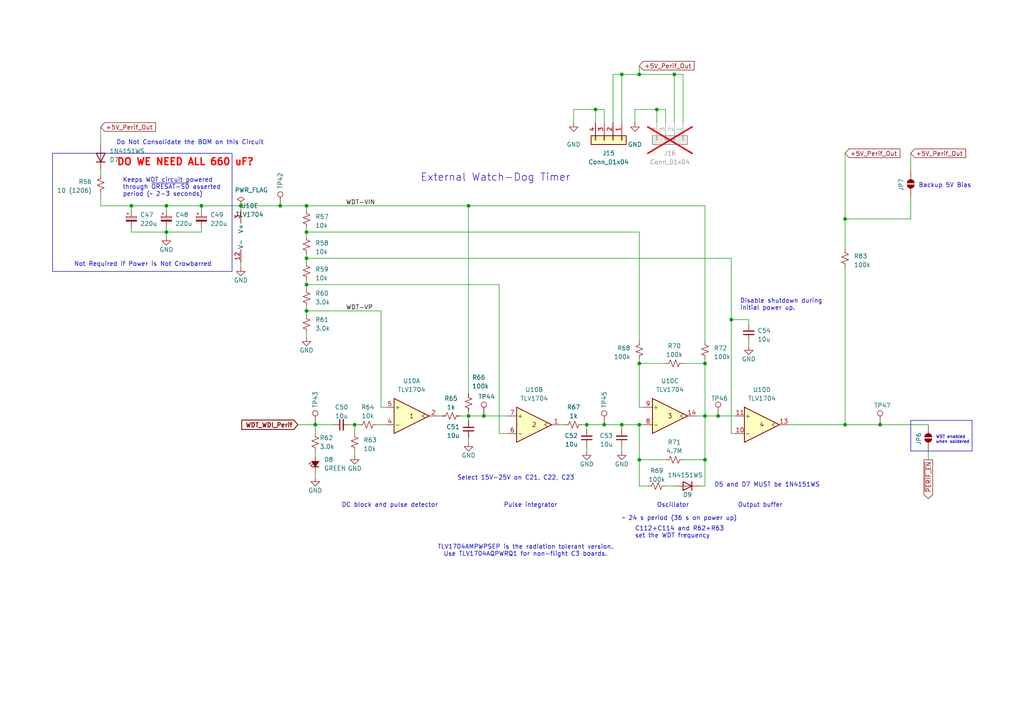
<source format=kicad_sch>
(kicad_sch (version 20250114) (generator "eeschema") (generator_version "9.0")
  (paper "A4")
  (lib_symbols
    (symbol "Connector:TestPoint" (pin_numbers (hide yes)) (pin_names (offset 0.762) (hide yes))
      (property "Reference" "TP" (at 0 6.858 0))
      (property "Value" "TestPoint" (at 0 5.08 0))
      (symbol "TestPoint_0_1"
        (circle (center 0 3.302) (radius 0.762))
      )
      (symbol "TestPoint_1_1"
        (pin passive line (at 0 0 90) (length 2.54) (name "1") (number "1"))
      )
    )
    (symbol "Connector_Generic:Conn_01x04" (pin_names (offset 1.016) (hide yes))
      (property "Reference" "J" (at 0 5.08 0))
      (property "Value" "Conn_01x04" (at 0 -7.62 0))
      (symbol "Conn_01x04_1_1"
        (rectangle (start -1.27 3.81) (end 1.27 -6.35) (stroke (width 0.254)) (fill (type background)))
        (rectangle (start -1.27 2.667) (end 0 2.413) (stroke (width 0.1524)))
        (rectangle (start -1.27 0.127) (end 0 -0.127) (stroke (width 0.1524)))
        (rectangle (start -1.27 -2.413) (end 0 -2.667) (stroke (width 0.1524)))
        (rectangle (start -1.27 -4.953) (end 0 -5.207) (stroke (width 0.1524)))
        (pin passive line (at -5.08 2.54 0) (length 3.81) (name "Pin_1") (number "1"))
        (pin passive line (at -5.08 0 0) (length 3.81) (name "Pin_2") (number "2"))
        (pin passive line (at -5.08 -2.54 0) (length 3.81) (name "Pin_3") (number "3"))
        (pin passive line (at -5.08 -5.08 0) (length 3.81) (name "Pin_4") (number "4"))
      )
    )
    (symbol "Device:C_Polarized_Small" (pin_numbers (hide yes)) (pin_names (offset 0.254) (hide yes))
      (property "Reference" "C" (at 0.254 1.778 0))
      (property "Value" "C_Polarized_Small" (at 0.254 -2.032 0))
      (symbol "C_Polarized_Small_0_1"
        (rectangle (start -1.524 0.6858) (end 1.524 0.3048))
        (rectangle (start -1.524 -0.3048) (end 1.524 -0.6858) (fill (type outline)))
        (polyline (pts (xy -1.27 1.524) (xy -0.762 1.524)))
        (polyline (pts (xy -1.016 1.27) (xy -1.016 1.778)))
      )
      (symbol "C_Polarized_Small_1_1"
        (pin passive line (at 0 2.54 270) (length 1.8542) (name "~") (number "1"))
        (pin passive line (at 0 -2.54 90) (length 1.8542) (name "~") (number "2"))
      )
    )
    (symbol "Device:C_Small" (pin_numbers (hide yes)) (pin_names (offset 0.254) (hide yes))
      (property "Reference" "C" (at 0.254 1.778 0))
      (property "Value" "C_Small" (at 0.254 -2.032 0))
      (symbol "C_Small_0_1"
        (polyline (pts (xy -1.524 0.508) (xy 1.524 0.508)) (stroke (width 0.3048)))
        (polyline (pts (xy -1.524 -0.508) (xy 1.524 -0.508)) (stroke (width 0.3302)))
      )
      (symbol "C_Small_1_1"
        (pin passive line (at 0 2.54 270) (length 2.032) (name "~") (number "1"))
        (pin passive line (at 0 -2.54 90) (length 2.032) (name "~") (number "2"))
      )
    )
    (symbol "Device:D" (pin_numbers (hide yes)) (pin_names (offset 1.016) (hide yes))
      (property "Reference" "D" (at 0 2.54 0))
      (property "Value" "D" (at 0 -2.54 0))
      (symbol "D_0_1"
        (polyline (pts (xy -1.27 1.27) (xy -1.27 -1.27)) (stroke (width 0.254)))
        (polyline (pts (xy 1.27 1.27) (xy 1.27 -1.27) (xy -1.27 0) (xy 1.27 1.27)) (stroke (width 0.254)))
        (polyline (pts (xy 1.27 0) (xy -1.27 0)))
      )
      (symbol "D_1_1"
        (pin passive line (at -3.81 0 0) (length 2.54) (name "K") (number "1"))
        (pin passive line (at 3.81 0 180) (length 2.54) (name "A") (number "2"))
      )
    )
    (symbol "Device:LED_Small_Filled" (pin_numbers (hide yes)) (pin_names (offset 0.254) (hide yes))
      (property "Reference" "D" (at -1.27 3.175 0))
      (property "Value" "LED_Small_Filled" (at -4.445 -2.54 0))
      (symbol "LED_Small_Filled_0_1"
        (polyline (pts (xy -0.762 -1.016) (xy -0.762 1.016)) (stroke (width 0.254)))
        (polyline (pts (xy 0 0.762) (xy -0.508 1.27) (xy -0.254 1.27) (xy -0.508 1.27) (xy -0.508 1.016)))
        (polyline (pts (xy 0.508 1.27) (xy 0 1.778) (xy 0.254 1.778) (xy 0 1.778) (xy 0 1.524)))
        (polyline (pts (xy 0.762 -1.016) (xy -0.762 0) (xy 0.762 1.016) (xy 0.762 -1.016)) (stroke (width 0.254)) (fill (type outline)))
        (polyline (pts (xy 1.016 0) (xy -0.762 0)))
      )
      (symbol "LED_Small_Filled_1_1"
        (pin passive line (at -2.54 0 0) (length 1.778) (name "K") (number "1"))
        (pin passive line (at 2.54 0 180) (length 1.778) (name "A") (number "2"))
      )
    )
    (symbol "Device:R_Small_US" (pin_numbers (hide yes)) (pin_names (offset 0.254) (hide yes))
      (property "Reference" "R" (at 0.762 0.508 0))
      (property "Value" "R_Small_US" (at 0.762 -1.016 0))
      (symbol "R_Small_US_1_1"
        (polyline (pts (xy 0 1.524) (xy 1.016 1.143) (xy 0 0.762) (xy -1.016 0.381) (xy 0 0)))
        (polyline (pts (xy 0 0) (xy 1.016 -0.381) (xy 0 -0.762) (xy -1.016 -1.143) (xy 0 -1.524)))
        (pin passive line (at 0 2.54 270) (length 1.016) (name "~") (number "1"))
        (pin passive line (at 0 -2.54 90) (length 1.016) (name "~") (number "2"))
      )
    )
    (symbol "Jumper:SolderJumper_2_Open" (pin_numbers (hide yes)) (pin_names (offset 0) (hide yes)) (exclude_from_sim yes) (in_bom no)
      (property "Reference" "JP" (at 0 2.032 0))
      (property "Value" "SolderJumper_2_Open" (at 0 -2.54 0))
      (symbol "SolderJumper_2_Open_0_1"
        (polyline (pts (xy -0.254 1.016) (xy -0.254 -1.016)))
        (arc (start -0.254 -1.016) (mid -1.2656 0) (end -0.254 1.016))
        (arc (start -0.254 -1.016) (mid -1.2656 0) (end -0.254 1.016) (fill (type outline)))
        (arc (start 0.254 1.016) (mid 1.2656 0) (end 0.254 -1.016))
        (arc (start 0.254 1.016) (mid 1.2656 0) (end 0.254 -1.016) (fill (type outline)))
        (polyline (pts (xy 0.254 1.016) (xy 0.254 -1.016)))
      )
      (symbol "SolderJumper_2_Open_1_1"
        (pin passive line (at -3.81 0 0) (length 2.54) (name "A") (number "1"))
        (pin passive line (at 3.81 0 180) (length 2.54) (name "B") (number "2"))
      )
    )
    (symbol "TLV1704:TLV1704AIPWR" (pin_names (offset 0.127))
      (property "Reference" "U4" (at 0 8.89 0))
      (property "Value" "TLV1704" (at 0 6.35 0))
      (symbol "TLV1704AIPWR_1_1"
        (polyline (pts (xy -5.08 5.08) (xy 5.08 0) (xy -5.08 -5.08) (xy -5.08 5.08)) (stroke (width 0.254)) (fill (type background)))
        (polyline (pts (xy 3.048 0) (xy 3.81 -0.635)))
        (polyline (pts (xy 3.81 0.635) (xy 3.048 0)))
        (text "1" (at 0 0 0) (effects (font (size 1.27 1.27))))
        (pin input line (at -7.62 2.54 0) (length 2.54) (name "+") (number "5"))
        (pin input line (at -7.62 -2.54 0) (length 2.54) (name "-") (number "4"))
        (pin open_collector line (at 7.62 0 180) (length 2.54) (name "~") (number "2"))
      )
      (symbol "TLV1704AIPWR_2_1"
        (polyline (pts (xy -5.08 5.08) (xy 5.08 0) (xy -5.08 -5.08) (xy -5.08 5.08)) (stroke (width 0.254)) (fill (type background)))
        (polyline (pts (xy 3.048 0) (xy 3.81 -0.635)))
        (polyline (pts (xy 3.81 0.635) (xy 3.048 0)))
        (text "2" (at 0 0 0) (effects (font (size 1.27 1.27))))
        (pin input line (at -7.62 2.54 0) (length 2.54) (name "+") (number "7"))
        (pin input line (at -7.62 -2.54 0) (length 2.54) (name "-") (number "6"))
        (pin open_collector line (at 7.62 0 180) (length 2.54) (name "~") (number "1"))
      )
      (symbol "TLV1704AIPWR_3_1"
        (polyline (pts (xy -5.08 5.08) (xy 5.08 0) (xy -5.08 -5.08) (xy -5.08 5.08)) (stroke (width 0.254)) (fill (type background)))
        (polyline (pts (xy 3.048 0) (xy 3.81 -0.635)))
        (polyline (pts (xy 3.81 0.635) (xy 3.048 0)))
        (text "3" (at 0 0 0) (effects (font (size 1.27 1.27))))
        (pin input line (at -7.62 2.54 0) (length 2.54) (name "+") (number "9"))
        (pin input line (at -7.62 -2.54 0) (length 2.54) (name "-") (number "8"))
        (pin open_collector line (at 7.62 0 180) (length 2.54) (name "~") (number "14"))
      )
      (symbol "TLV1704AIPWR_4_1"
        (polyline (pts (xy -5.08 5.08) (xy 5.08 0) (xy -5.08 -5.08) (xy -5.08 5.08)) (stroke (width 0.254)) (fill (type background)))
        (polyline (pts (xy 3.048 0) (xy 3.81 -0.635)))
        (polyline (pts (xy 3.81 0.635) (xy 3.048 0)))
        (text "4" (at 0 0 0) (effects (font (size 1.27 1.27))))
        (pin input line (at -7.62 2.54 0) (length 2.54) (name "+") (number "11"))
        (pin input line (at -7.62 -2.54 0) (length 2.54) (name "-") (number "10"))
        (pin open_collector line (at 7.62 0 180) (length 2.54) (name "~") (number "13"))
      )
      (symbol "TLV1704AIPWR_5_1"
        (pin power_in line (at -2.54 7.62 270) (length 3.81) (name "V+") (number "3"))
        (pin power_in line (at -2.54 -7.62 90) (length 3.81) (name "V-") (number "12"))
      )
    )
    (symbol "power:GND" (power) (pin_numbers (hide yes)) (pin_names (offset 0) (hide yes))
      (property "Value" "GND" (at 0 -3.81 0))
      (symbol "GND_0_1"
        (polyline (pts (xy 0 0) (xy 0 -1.27) (xy 1.27 -1.27) (xy 0 -2.54) (xy -1.27 -1.27) (xy 0 -1.27)))
      )
      (symbol "GND_1_1"
        (pin power_in line (at 0 0 270) (length 0) (name "~") (number "1"))
      )
    )
    (symbol "power:PWR_FLAG" (power) (pin_numbers (hide yes)) (pin_names (offset 0) (hide yes))
      (property "Value" "PWR_FLAG" (at 0 3.81 0))
      (symbol "PWR_FLAG_0_0"
        (pin power_out line (at 0 0 90) (length 0) (name "~") (number "1"))
      )
      (symbol "PWR_FLAG_0_1"
        (polyline (pts (xy 0 0) (xy 0 1.27) (xy -1.016 1.905) (xy 0 2.54) (xy 1.016 1.905) (xy 0 1.27)))
      )
    )
  )
  (rectangle (start 15.24 44.45) (end 67.31 78.74))
  (text "TLV1704AMPWPSEP is the radiation tolerant version.\nUse TLV1704AQPWRQ1 for non-flight C3 boards." (at 152.4 159.766 0) (effects (font (size 1.27 1.27))))
  (text "Keeps WDT circuit powered\nthrough ~{ORESAT-SD} asserted\nperiod (~ 2-3 seconds)" (at 35.56 57.15 0) (effects (font (size 1.27 1.27)) (justify left bottom)))
  (text "Oscillator" (at 190.5 147.32 0) (effects (font (size 1.27 1.27)) (justify left bottom)))
  (text "External Watch-Dog Timer" (at 121.92 52.832 0) (effects (font (size 2.159 2.159)) (justify left bottom)))
  (text "Disable shutdown during\ninitial power up." (at 214.63 90.17 0) (effects (font (size 1.27 1.27)) (justify left bottom)))
  (text "Not Required if Power is Not Crowbarred " (at 41.91 76.708 0) (effects (font (size 1.27 1.27))))
  (text "Pulse integrator" (at 146.05 147.32 0) (effects (font (size 1.27 1.27)) (justify left bottom)))
  (text "C112+C114 and R62+R63 \nset the WDT frequency" (at 184.15 156.21 0) (effects (font (size 1.27 1.27)) (justify left bottom)))
  (text "DO WE NEED ALL 660 uF?" (at 33.782 48.26 0) (effects (font (size 2 2) (thickness 0.4) (bold yes)) (justify left bottom)))
  (text "~ 24 s period (36 s on power up)" (at 180.34 151.13 0) (effects (font (size 1.27 1.27)) (justify left bottom)))
  (text "D5 and D7 MUST be 1N4151WS" (at 222.504 140.716 0) (effects (font (size 1.27 1.27))))
  (text "Backup 5V Bias" (at 274.066 53.848 0) (effects (font (size 1.27 1.27))))
  (text "Do Not Consolidate the BOM on this Circuit" (at 55.118 41.402 0) (effects (font (size 1.27 1.27))))
  (text "Select 15V-25V on C21, C22, C23" (at 149.606 138.684 0) (effects (font (size 1.27 1.27))))
  (text "Output buffer" (at 213.995 147.32 0) (effects (font (size 1.27 1.27)) (justify left bottom)))
  (text "WDT enabled\nwhen soldered" (at 271.399 128.778 0) (effects (font (size 0.889 0.889)) (justify left bottom)))
  (text "DC block and pulse detector" (at 99.06 147.32 0) (effects (font (size 1.27 1.27)) (justify left bottom)))
  (junction (at 102.87 123.19))
  (junction (at 180.34 21.59))
  (junction (at 204.47 120.65))
  (junction (at 88.9 74.93))
  (junction (at 204.47 105.41))
  (junction (at 88.9 90.17))
  (junction (at 204.47 133.35))
  (junction (at 185.42 105.41))
  (junction (at 185.42 133.35))
  (junction (at 58.42 59.69))
  (junction (at 180.34 123.19))
  (junction (at 81.28 59.69))
  (junction (at 255.27 123.19))
  (junction (at 172.72 31.75))
  (junction (at 135.89 59.69))
  (junction (at 48.26 59.69))
  (junction (at 245.11 123.19))
  (junction (at 195.58 21.59))
  (junction (at 38.1 59.69))
  (junction (at 185.42 123.19))
  (junction (at 88.9 59.69))
  (junction (at 91.44 123.19))
  (junction (at 69.85 59.69))
  (junction (at 245.11 63.5))
  (junction (at 175.26 123.19))
  (junction (at 170.18 123.19))
  (junction (at 208.28 120.65))
  (junction (at 212.09 92.71))
  (junction (at 48.26 67.31))
  (junction (at 190.5 31.75))
  (junction (at 185.42 21.59))
  (junction (at 135.89 120.65))
  (junction (at 88.9 67.31))
  (junction (at 88.9 82.55))
  (junction (at 140.335 120.65))
  (wire (pts (xy 58.42 66.04) (xy 58.42 67.31)))
  (wire (pts (xy 88.9 82.55) (xy 88.9 83.82)))
  (wire (pts (xy 58.42 59.69) (xy 69.85 59.69)))
  (wire (pts (xy 264.16 63.5) (xy 245.11 63.5)))
  (wire (pts (xy 88.9 90.17) (xy 88.9 91.44)))
  (wire (pts (xy 48.26 67.31) (xy 48.26 68.58)))
  (wire (pts (xy 217.17 100.33) (xy 217.17 99.06)))
  (wire (pts (xy 172.72 31.75) (xy 166.37 31.75)))
  (wire (pts (xy 180.34 123.19) (xy 185.42 123.19)))
  (wire (pts (xy 69.85 77.47) (xy 69.85 76.2)))
  (wire (pts (xy 180.34 21.59) (xy 185.42 21.59)))
  (wire (pts (xy 88.9 90.17) (xy 110.49 90.17)))
  (wire (pts (xy 245.11 77.47) (xy 245.11 123.19)))
  (wire (pts (xy 135.89 120.65) (xy 140.335 120.65)))
  (wire (pts (xy 204.47 140.97) (xy 204.47 133.35)))
  (wire (pts (xy 88.9 82.55) (xy 144.78 82.55)))
  (wire (pts (xy 110.49 90.17) (xy 110.49 118.11)))
  (wire (pts (xy 162.56 123.19) (xy 163.83 123.19)))
  (wire (pts (xy 175.26 123.19) (xy 180.34 123.19)))
  (wire (pts (xy 88.9 67.31) (xy 185.42 67.31)))
  (wire (pts (xy 81.28 59.69) (xy 88.9 59.69)))
  (wire (pts (xy 184.15 31.75) (xy 184.15 35.56)))
  (wire (pts (xy 212.09 92.71) (xy 217.17 92.71)))
  (wire (pts (xy 48.26 67.31) (xy 58.42 67.31)))
  (wire (pts (xy 88.9 81.28) (xy 88.9 82.55)))
  (wire (pts (xy 177.8 21.59) (xy 180.34 21.59)))
  (wire (pts (xy 190.5 35.56) (xy 190.5 31.75)))
  (wire (pts (xy 29.21 49.53) (xy 29.21 50.8)))
  (wire (pts (xy 212.09 92.71) (xy 212.09 125.73)))
  (wire (pts (xy 86.36 123.19) (xy 91.44 123.19)))
  (wire (pts (xy 204.47 104.14) (xy 204.47 105.41)))
  (wire (pts (xy 217.17 93.98) (xy 217.17 92.71)))
  (wire (pts (xy 201.93 120.65) (xy 204.47 120.65)))
  (wire (pts (xy 38.1 59.69) (xy 48.26 59.69)))
  (wire (pts (xy 177.8 35.56) (xy 177.8 21.59)))
  (wire (pts (xy 102.87 130.81) (xy 102.87 132.08)))
  (wire (pts (xy 204.47 105.41) (xy 204.47 120.65)))
  (wire (pts (xy 133.35 120.65) (xy 135.89 120.65)))
  (wire (pts (xy 190.5 31.75) (xy 184.15 31.75)))
  (wire (pts (xy 175.26 31.75) (xy 175.26 35.56)))
  (wire (pts (xy 185.42 140.97) (xy 187.96 140.97)))
  (wire (pts (xy 198.12 35.56) (xy 198.12 21.59)))
  (wire (pts (xy 29.21 59.69) (xy 38.1 59.69)))
  (wire (pts (xy 269.24 130.81) (xy 269.24 133.35)))
  (wire (pts (xy 88.9 88.9) (xy 88.9 90.17)))
  (wire (pts (xy 228.6 123.19) (xy 245.11 123.19)))
  (wire (pts (xy 185.42 104.14) (xy 185.42 105.41)))
  (wire (pts (xy 172.72 35.56) (xy 172.72 31.75)))
  (wire (pts (xy 204.47 120.65) (xy 208.28 120.65)))
  (wire (pts (xy 140.335 120.65) (xy 147.32 120.65)))
  (wire (pts (xy 185.42 140.97) (xy 185.42 133.35)))
  (wire (pts (xy 135.89 128.27) (xy 135.89 127)))
  (wire (pts (xy 88.9 73.66) (xy 88.9 74.93)))
  (wire (pts (xy 91.44 125.73) (xy 91.44 123.19)))
  (wire (pts (xy 193.04 140.97) (xy 195.58 140.97)))
  (wire (pts (xy 255.27 123.19) (xy 269.24 123.19)))
  (wire (pts (xy 170.18 123.19) (xy 175.26 123.19)))
  (wire (pts (xy 203.2 140.97) (xy 204.47 140.97)))
  (wire (pts (xy 185.42 99.06) (xy 185.42 67.31)))
  (wire (pts (xy 91.44 130.81) (xy 91.44 132.08)))
  (polyline (pts (xy 264.16 121.92) (xy 281.94 121.92)))
  (polyline (pts (xy 264.16 130.81) (xy 264.16 121.92)))
  (wire (pts (xy 193.04 31.75) (xy 193.04 35.56)))
  (wire (pts (xy 185.42 118.11) (xy 185.42 105.41)))
  (wire (pts (xy 58.42 60.96) (xy 58.42 59.69)))
  (wire (pts (xy 193.04 133.35) (xy 185.42 133.35)))
  (wire (pts (xy 135.89 59.69) (xy 135.89 114.3)))
  (wire (pts (xy 135.89 120.65) (xy 135.89 121.92)))
  (wire (pts (xy 102.87 123.19) (xy 102.87 125.73)))
  (wire (pts (xy 135.89 120.65) (xy 135.89 119.38)))
  (wire (pts (xy 212.09 74.93) (xy 212.09 92.71)))
  (wire (pts (xy 48.26 66.04) (xy 48.26 67.31)))
  (wire (pts (xy 245.11 123.19) (xy 255.27 123.19)))
  (wire (pts (xy 198.12 133.35) (xy 204.47 133.35)))
  (wire (pts (xy 88.9 74.93) (xy 212.09 74.93)))
  (wire (pts (xy 69.85 60.96) (xy 69.85 59.69)))
  (wire (pts (xy 69.85 59.69) (xy 81.28 59.69)))
  (wire (pts (xy 88.9 67.31) (xy 88.9 68.58)))
  (wire (pts (xy 88.9 96.52) (xy 88.9 97.79)))
  (wire (pts (xy 245.11 44.45) (xy 245.11 63.5)))
  (wire (pts (xy 135.89 59.69) (xy 88.9 59.69)))
  (wire (pts (xy 29.21 36.83) (xy 29.21 41.91)))
  (wire (pts (xy 170.18 123.19) (xy 170.18 124.46)))
  (wire (pts (xy 198.12 105.41) (xy 204.47 105.41)))
  (wire (pts (xy 180.34 124.46) (xy 180.34 123.19)))
  (wire (pts (xy 135.89 59.69) (xy 204.47 59.69)))
  (polyline (pts (xy 281.94 121.92) (xy 281.94 130.81)))
  (wire (pts (xy 88.9 60.96) (xy 88.9 59.69)))
  (wire (pts (xy 48.26 67.31) (xy 38.1 67.31)))
  (wire (pts (xy 91.44 138.43) (xy 91.44 137.16)))
  (wire (pts (xy 208.28 120.65) (xy 213.36 120.65)))
  (wire (pts (xy 185.42 133.35) (xy 185.42 123.19)))
  (wire (pts (xy 88.9 74.93) (xy 88.9 76.2)))
  (wire (pts (xy 144.78 125.73) (xy 147.32 125.73)))
  (wire (pts (xy 180.34 130.81) (xy 180.34 129.54)))
  (wire (pts (xy 144.78 82.55) (xy 144.78 125.73)))
  (wire (pts (xy 185.42 105.41) (xy 193.04 105.41)))
  (wire (pts (xy 264.16 57.15) (xy 264.16 63.5)))
  (wire (pts (xy 48.26 59.69) (xy 58.42 59.69)))
  (wire (pts (xy 48.26 59.69) (xy 48.26 60.96)))
  (wire (pts (xy 166.37 31.75) (xy 166.37 35.56)))
  (wire (pts (xy 127 120.65) (xy 128.27 120.65)))
  (wire (pts (xy 168.91 123.19) (xy 170.18 123.19)))
  (wire (pts (xy 195.58 21.59) (xy 185.42 21.59)))
  (wire (pts (xy 29.21 55.88) (xy 29.21 59.69)))
  (wire (pts (xy 190.5 31.75) (xy 193.04 31.75)))
  (wire (pts (xy 172.72 31.75) (xy 175.26 31.75)))
  (wire (pts (xy 170.18 130.81) (xy 170.18 129.54)))
  (wire (pts (xy 264.16 44.45) (xy 264.16 49.53)))
  (wire (pts (xy 186.69 118.11) (xy 185.42 118.11)))
  (wire (pts (xy 198.12 21.59) (xy 195.58 21.59)))
  (wire (pts (xy 245.11 63.5) (xy 245.11 72.39)))
  (wire (pts (xy 101.6 123.19) (xy 102.87 123.19)))
  (wire (pts (xy 102.87 123.19) (xy 104.14 123.19)))
  (wire (pts (xy 204.47 99.06) (xy 204.47 59.69)))
  (wire (pts (xy 195.58 35.56) (xy 195.58 21.59)))
  (wire (pts (xy 38.1 59.69) (xy 38.1 60.96)))
  (wire (pts (xy 185.42 21.59) (xy 185.42 19.05)))
  (wire (pts (xy 212.09 125.73) (xy 213.36 125.73)))
  (wire (pts (xy 204.47 133.35) (xy 204.47 120.65)))
  (wire (pts (xy 180.34 21.59) (xy 180.34 35.56)))
  (wire (pts (xy 88.9 66.04) (xy 88.9 67.31)))
  (polyline (pts (xy 281.94 130.81) (xy 264.16 130.81)))
  (wire (pts (xy 38.1 66.04) (xy 38.1 67.31)))
  (wire (pts (xy 185.42 123.19) (xy 186.69 123.19)))
  (wire (pts (xy 91.44 123.19) (xy 96.52 123.19)))
  (wire (pts (xy 110.49 118.11) (xy 111.76 118.11)))
  (wire (pts (xy 109.22 123.19) (xy 111.76 123.19)))
  (label "WDT-VP" (at 100.33 90.17 0))
  (label "WDT-VIN" (at 100.33 59.69 0))
  (global_label "+5V_Perif_Out" (shape input) (at 185.42 19.05 0) (property "Intersheetrefs" "${INTERSHEET_REFS}" (effects (hide yes))))
  (global_label "+5V_Perif_Out" (shape input) (at 245.11 44.45 0) (property "Intersheetrefs" "${INTERSHEET_REFS}" (effects (hide yes))))
  (global_label "WDT_WDI_Perif" (shape input) (at 86.36 123.19 180) (effects (font (thickness 0.254) (bold yes))) (property "Intersheetrefs" "${INTERSHEET_REFS}" (effects (hide yes))))
  (global_label "+5V_Perif_Out" (shape input) (at 29.21 36.83 0) (property "Intersheetrefs" "${INTERSHEET_REFS}" (effects (hide yes))))
  (global_label "+5V_Perif_Out" (shape input) (at 264.16 44.45 0) (property "Intersheetrefs" "${INTERSHEET_REFS}" (effects (hide yes))))
  (global_label "~{PERIF_EN}" (shape output) (at 269.24 133.35 270) (property "Intersheetrefs" "${INTERSHEET_REFS}" (effects (hide yes))))
  (symbol (lib_id "Device:D") (at 199.39 140.97 180) (unit 1)
    (property "Reference" "D9" (at 199.39 143.51 0))
    (property "Value" "1N4151WS" (at 198.755 137.795 0))
    (property "Footprint" "Diode_SMD:D_SOD-323" (effects (hide yes)))
    (property "Description" "Diode" (effects (hide yes)))
    (property "DPN" "112-1N4151WS-E3-08CT-ND" (effects (hide yes)))
    (property "DST" "Digi-Key" (effects (hide yes)))
    (property "MFR" "Vishay" (effects (hide yes)))
    (property "MPN" "1N4151WS-E3-08" (effects (hide yes)))
    (property "Sim.Device" "D" (effects (hide yes)))
    (property "Sim.Pins" "1=K 2=A" (effects (hide yes)))
  )
  (symbol (lib_id "power:PWR_FLAG") (at 69.85 59.69 0) (unit 1)
    (property "Reference" "#FLG011" (effects (hide yes)))
    (property "Value" "PWR_FLAG" (at 72.898 55.118 0))
    (property "Description" "Special symbol for telling ERC where power comes from" (effects (hide yes)))
  )
  (symbol (lib_id "Device:R_Small_US") (at 166.37 123.19 90) (unit 1)
    (property "Reference" "R67" (at 166.37 118.11 90))
    (property "Value" "1k" (at 166.37 120.65 90))
    (property "Footprint" "Resistor_SMD:R_0603_1608Metric" (effects (hide yes)))
    (property "Description" "Resistor, small US symbol" (effects (hide yes)))
    (property "DPN" "RMCF0603FT1K00CT-ND" (effects (hide yes)))
    (property "DST" "Digi-Key" (effects (hide yes)))
    (property "MFR" "Stackpole Electronics Inc" (effects (hide yes)))
    (property "MPN" "RMCF0603FT1K00" (effects (hide yes)))
  )
  (symbol (lib_id "power:GND") (at 180.34 130.81 0) (mirror y) (unit 1)
    (property "Reference" "#PWR068" (effects (hide yes)))
    (property "Value" "GND" (at 180.34 134.62 0))
    (property "Description" "Power symbol creates a global label with name \"GND\" , ground" (effects (hide yes)))
  )
  (symbol (lib_id "Device:R_Small_US") (at 91.44 128.27 0) (unit 1)
    (property "Reference" "R62" (at 92.71 127 0) (effects (justify left)))
    (property "Value" "3.0k" (at 92.71 129.54 0) (effects (justify left)))
    (property "Footprint" "Resistor_SMD:R_0603_1608Metric" (effects (hide yes)))
    (property "Description" "Resistor, small US symbol" (effects (hide yes)))
    (property "DPN" "RMCF0603FT3K00CT-ND" (effects (hide yes)))
    (property "DST" "Digi-Key" (effects (hide yes)))
    (property "MFR" "Stackpole Electronics Inc" (effects (hide yes)))
    (property "MPN" "RMCF0603FT3K00" (effects (hide yes)))
  )
  (symbol (lib_id "Device:C_Polarized_Small") (at 38.1 63.5 0) (unit 1)
    (property "Reference" "C47" (at 40.64 62.3189 0) (effects (justify left)))
    (property "Value" "220u" (at 40.64 64.8589 0) (effects (justify left)))
    (property "Footprint" "Capacitor_Tantalum_SMD:CP_EIA-7361-38_AVX-V" (effects (hide yes)))
    (property "Description" "Polarized capacitor, small symbol" (effects (hide yes)))
    (property "DPN" "478-12518-2-ND" (effects (hide yes)))
    (property "DST" "Digi-Key" (effects (hide yes)))
    (property "MFR" "Kyocera AVX" (effects (hide yes)))
    (property "MPN" "TCN4227M025R0100" (effects (hide yes)))
  )
  (symbol (lib_id "Device:R_Small_US") (at 195.58 105.41 90) (unit 1)
    (property "Reference" "R70" (at 195.58 100.33 90))
    (property "Value" "100k" (at 195.58 102.87 90))
    (property "Footprint" "Resistor_SMD:R_0603_1608Metric" (effects (hide yes)))
    (property "Description" "Resistor, small US symbol" (effects (hide yes)))
    (property "DPN" "RMCF0603FT100KCT-ND" (effects (hide yes)))
    (property "DST" "Digi-Key" (effects (hide yes)))
    (property "MFR" "Stackpole Electronics Inc" (effects (hide yes)))
    (property "MPN" "RMCF0603FT100K" (effects (hide yes)))
  )
  (symbol (lib_id "Connector_Generic:Conn_01x04") (at 177.8 40.64 270) (unit 1)
    (property "Reference" "J15" (at 176.53 44.45 90))
    (property "Value" "Conn_01x04" (at 176.53 46.99 90))
    (property "Footprint" "Connector_PinSocket_2.54mm:PinSocket_1x04_P2.54mm_Vertical" (effects (hide yes)))
    (property "Description" "Generic connector, single row, 01x04, script generated (kicad-library-utils/schlib/autogen/connector/)" (effects (hide yes)))
  )
  (symbol (lib_id "TLV1704:TLV1704AIPWR") (at 220.98 123.19 0) (unit 4)
    (property "Reference" "U10" (at 220.98 113.03 0))
    (property "Value" "TLV1704" (at 220.98 115.57 0))
    (property "Footprint" "Package_SO:TSSOP-14_4.4x5mm_P0.65mm" (effects (hide yes)))
    (property "Datasheet" "https://www.ti.com/lit/ds/symlink/tlv1704-sep.pdf" (effects (hide yes)))
    (property "Description" "Analog Comparators 2.2-V to 36-V, radiation tolerant microPower quad comparator in space enhanced plastic 14-TSSOP -55 to 125" (effects (hide yes)))
    (property "MFR" "Texas Instruments" (effects (hide yes)))
    (property "MPN" "TLV1704AQPWRQ1" (effects (hide yes)))
    (property "DST" "Digi-Key" (effects (hide yes)))
    (property "DPN" "296-43799-2-ND" (effects (hide yes)))
  )
  (symbol (lib_id "Jumper:SolderJumper_2_Open") (at 264.16 53.34 270) (unit 1)
    (property "Reference" "JP7" (at 261.366 53.594 0))
    (property "Value" "SolderJumper_2_Open" (effects (hide yes)))
    (property "Footprint" "Jumper:SolderJumper-2_P1.3mm_Open_RoundedPad1.0x1.5mm" (effects (hide yes)))
    (property "Description" "Solder Jumper, 2-pole, open" (effects (hide yes)))
  )
  (symbol (lib_id "Connector_Generic:Conn_01x04") (at 195.58 40.64 270) (unit 1) (on_board no) (dnp yes)
    (property "Reference" "J16" (at 194.31 44.45 90))
    (property "Value" "Conn_01x04" (at 194.31 46.99 90))
    (property "Footprint" "Connector_PinSocket_2.54mm:PinSocket_1x04_P2.54mm_Vertical" (effects (hide yes)))
    (property "Description" "Generic connector, single row, 01x04, script generated (kicad-library-utils/schlib/autogen/connector/)" (effects (hide yes)))
  )
  (symbol (lib_id "Device:R_Small_US") (at 130.81 120.65 90) (unit 1)
    (property "Reference" "R65" (at 130.81 115.57 90))
    (property "Value" "1k" (at 130.81 118.11 90))
    (property "Footprint" "Resistor_SMD:R_0603_1608Metric" (effects (hide yes)))
    (property "Description" "Resistor, small US symbol" (effects (hide yes)))
    (property "DPN" "RMCF0603FT1K00CT-ND" (effects (hide yes)))
    (property "DST" "Digi-Key" (effects (hide yes)))
    (property "MFR" "Stackpole Electronics Inc" (effects (hide yes)))
    (property "MPN" "RMCF0603FT1K00" (effects (hide yes)))
  )
  (symbol (lib_id "Device:C_Small") (at 217.17 96.52 180) (unit 1)
    (property "Reference" "C54" (at 219.71 95.8786 0) (effects (justify right)))
    (property "Value" "10u" (at 219.71 98.4186 0) (effects (justify right)))
    (property "Footprint" "Capacitor_SMD:C_1210_3225Metric" (effects (hide yes)))
    (property "Description" "Unpolarized capacitor, small symbol" (effects (hide yes)))
    (property "DPN" "490-12317-1-ND" (effects (hide yes)))
    (property "DST" "Digi-Key" (effects (hide yes)))
    (property "MFR" "Murata" (effects (hide yes)))
    (property "MPN" "GRT188R61C106KE13D" (effects (hide yes)))
  )
  (symbol (lib_id "Device:C_Small") (at 170.18 127 0) (mirror x) (unit 1)
    (property "Reference" "C52" (at 167.64 126.3586 0) (effects (justify right)))
    (property "Value" "10u" (at 167.64 128.8986 0) (effects (justify right)))
    (property "Footprint" "Capacitor_SMD:C_1210_3225Metric" (effects (hide yes)))
    (property "Description" "Unpolarized capacitor, small symbol" (effects (hide yes)))
    (property "DPN" "490-12317-1-ND" (effects (hide yes)))
    (property "DST" "Digi-Key" (effects (hide yes)))
    (property "MFR" "Murata" (effects (hide yes)))
    (property "MPN" "GRT188R61C106KE13D" (effects (hide yes)))
  )
  (symbol (lib_id "Device:R_Small_US") (at 88.9 71.12 0) (unit 1)
    (property "Reference" "R58" (at 91.44 70.485 0) (effects (justify left)))
    (property "Value" "10k" (at 91.44 73.025 0) (effects (justify left)))
    (property "Footprint" "Resistor_SMD:R_0603_1608Metric" (effects (hide yes)))
    (property "Description" "Resistor, small US symbol" (effects (hide yes)))
    (property "DPN" "RMCF0603FT10K0CT-ND" (effects (hide yes)))
    (property "DST" "Digi-Key" (effects (hide yes)))
    (property "MFR" "Stackpole Electronics Inc" (effects (hide yes)))
    (property "MPN" "RMCF0603FT10K0" (effects (hide yes)))
  )
  (symbol (lib_id "power:GND") (at 135.89 128.27 0) (unit 1)
    (property "Reference" "#PWR065" (effects (hide yes)))
    (property "Value" "GND" (at 135.89 132.08 0))
    (property "Description" "Power symbol creates a global label with name \"GND\" , ground" (effects (hide yes)))
  )
  (symbol (lib_id "Device:R_Small_US") (at 29.21 53.34 0) (mirror y) (unit 1)
    (property "Reference" "R56" (at 26.67 52.705 0) (effects (justify left)))
    (property "Value" "10 (1206)" (at 26.67 55.245 0) (effects (justify left)))
    (property "Footprint" "Resistor_SMD:R_1206_3216Metric" (effects (hide yes)))
    (property "Description" "Resistor, small US symbol" (effects (hide yes)))
    (property "DPN" "RHM10.0AFCT-ND" (effects (hide yes)))
    (property "DST" "Digi-Key" (effects (hide yes)))
    (property "MFR" "Rohm Semiconductor" (effects (hide yes)))
    (property "MPN" "ESR18EZPF10R0" (effects (hide yes)))
  )
  (symbol (lib_id "Device:C_Small") (at 180.34 127 0) (mirror x) (unit 1)
    (property "Reference" "C53" (at 177.8 126.3586 0) (effects (justify right)))
    (property "Value" "10u" (at 177.8 128.8986 0) (effects (justify right)))
    (property "Footprint" "Capacitor_SMD:C_1210_3225Metric" (effects (hide yes)))
    (property "Description" "Unpolarized capacitor, small symbol" (effects (hide yes)))
    (property "DPN" "490-12317-1-ND" (effects (hide yes)))
    (property "DST" "Digi-Key" (effects (hide yes)))
    (property "MFR" "Murata" (effects (hide yes)))
    (property "MPN" "GRT188R61C106KE13D" (effects (hide yes)))
  )
  (symbol (lib_id "Jumper:SolderJumper_2_Open") (at 269.24 127 270) (unit 1)
    (property "Reference" "JP6" (at 266.446 127.254 0))
    (property "Value" "SolderJumper_2_Open" (effects (hide yes)))
    (property "Footprint" "Jumper:SolderJumper-2_P1.3mm_Open_RoundedPad1.0x1.5mm" (effects (hide yes)))
    (property "Description" "Solder Jumper, 2-pole, open" (effects (hide yes)))
  )
  (symbol (lib_id "Device:R_Small_US") (at 204.47 101.6 180) (unit 1)
    (property "Reference" "R72" (at 207.01 100.965 0) (effects (justify right)))
    (property "Value" "100k" (at 207.01 103.505 0) (effects (justify right)))
    (property "Footprint" "Resistor_SMD:R_0603_1608Metric" (effects (hide yes)))
    (property "Description" "Resistor, small US symbol" (effects (hide yes)))
    (property "DPN" "RMCF0603FT100KCT-ND" (effects (hide yes)))
    (property "DST" "Digi-Key" (effects (hide yes)))
    (property "MFR" "Stackpole Electronics Inc" (effects (hide yes)))
    (property "MPN" "RMCF0603FT100K" (effects (hide yes)))
  )
  (symbol (lib_id "Connector:TestPoint") (at 91.44 123.19 0) (unit 1)
    (property "Reference" "TP43" (at 91.44 118.364 90) (effects (justify left)))
    (property "Value" "TestPoint" (effects (hide yes)))
    (property "Footprint" "TestPoint:TestPoint_Pad_1.0x1.0mm" (effects (hide yes)))
    (property "Description" "test point" (effects (hide yes)))
  )
  (symbol (lib_id "power:GND") (at 217.17 100.33 0) (mirror y) (unit 1)
    (property "Reference" "#PWR070" (effects (hide yes)))
    (property "Value" "GND" (at 217.17 104.14 0))
    (property "Description" "Power symbol creates a global label with name \"GND\" , ground" (effects (hide yes)))
  )
  (symbol (lib_id "Device:R_Small_US") (at 102.87 128.27 0) (unit 1)
    (property "Reference" "R63" (at 105.41 127.635 0) (effects (justify left)))
    (property "Value" "10k" (at 105.41 130.175 0) (effects (justify left)))
    (property "Footprint" "Resistor_SMD:R_0603_1608Metric" (effects (hide yes)))
    (property "Description" "Resistor, small US symbol" (effects (hide yes)))
    (property "DPN" "RMCF0603FT10K0CT-ND" (effects (hide yes)))
    (property "DST" "Digi-Key" (effects (hide yes)))
    (property "MFR" "Stackpole Electronics Inc" (effects (hide yes)))
    (property "MPN" "RMCF0603FT10K0" (effects (hide yes)))
  )
  (symbol (lib_id "TLV1704:TLV1704AIPWR") (at 154.94 123.19 0) (unit 2)
    (property "Reference" "U10" (at 154.94 113.03 0))
    (property "Value" "TLV1704" (at 154.94 115.57 0))
    (property "Footprint" "Package_SO:TSSOP-14_4.4x5mm_P0.65mm" (effects (hide yes)))
    (property "Datasheet" "https://www.ti.com/lit/ds/symlink/tlv1704-sep.pdf" (effects (hide yes)))
    (property "Description" "Analog Comparators 2.2-V to 36-V, radiation tolerant microPower quad comparator in space enhanced plastic 14-TSSOP -55 to 125" (effects (hide yes)))
    (property "MFR" "Texas Instruments" (effects (hide yes)))
    (property "MPN" "TLV1704AQPWRQ1" (effects (hide yes)))
    (property "DST" "Digi-Key" (effects (hide yes)))
    (property "DPN" "296-43799-2-ND" (effects (hide yes)))
  )
  (symbol (lib_id "power:GND") (at 48.26 68.58 0) (unit 1)
    (property "Reference" "#PWR060" (effects (hide yes)))
    (property "Value" "GND" (at 48.26 72.39 0))
    (property "Description" "Power symbol creates a global label with name \"GND\" , ground" (effects (hide yes)))
  )
  (symbol (lib_id "Connector:TestPoint") (at 140.335 120.65 0) (unit 1)
    (property "Reference" "TP44" (at 138.684 115.062 0) (effects (justify left)))
    (property "Value" "TestPoint" (effects (hide yes)))
    (property "Footprint" "TestPoint:TestPoint_Pad_1.0x1.0mm" (effects (hide yes)))
    (property "Description" "test point" (effects (hide yes)))
  )
  (symbol (lib_id "Device:R_Small_US") (at 106.68 123.19 90) (unit 1)
    (property "Reference" "R64" (at 106.68 118.11 90))
    (property "Value" "10k" (at 106.68 120.65 90))
    (property "Footprint" "Resistor_SMD:R_0603_1608Metric" (effects (hide yes)))
    (property "Description" "Resistor, small US symbol" (effects (hide yes)))
    (property "DPN" "RMCF0603FT10K0CT-ND" (effects (hide yes)))
    (property "DST" "Digi-Key" (effects (hide yes)))
    (property "MFR" "Stackpole Electronics Inc" (effects (hide yes)))
    (property "MPN" "RMCF0603FT10K0" (effects (hide yes)))
  )
  (symbol (lib_id "power:GND") (at 102.87 132.08 0) (unit 1)
    (property "Reference" "#PWR064" (effects (hide yes)))
    (property "Value" "GND" (at 102.87 135.89 0))
    (property "Description" "Power symbol creates a global label with name \"GND\" , ground" (effects (hide yes)))
  )
  (symbol (lib_id "power:GND") (at 88.9 97.79 0) (unit 1)
    (property "Reference" "#PWR062" (effects (hide yes)))
    (property "Value" "GND" (at 88.9 101.6 0))
    (property "Description" "Power symbol creates a global label with name \"GND\" , ground" (effects (hide yes)))
  )
  (symbol (lib_id "power:GND") (at 166.37 35.56 0) (unit 1)
    (property "Reference" "#PWR066" (effects (hide yes)))
    (property "Value" "GND" (at 166.37 41.91 0))
    (property "Description" "Power symbol creates a global label with name \"GND\" , ground" (effects (hide yes)))
  )
  (symbol (lib_id "Connector:TestPoint") (at 255.27 123.19 0) (unit 1)
    (property "Reference" "TP47" (at 253.492 117.602 0) (effects (justify left)))
    (property "Value" "TestPoint" (effects (hide yes)))
    (property "Footprint" "TestPoint:TestPoint_Pad_1.0x1.0mm" (effects (hide yes)))
    (property "Description" "test point" (effects (hide yes)))
  )
  (symbol (lib_id "Device:R_Small_US") (at 245.11 74.93 180) (unit 1)
    (property "Reference" "R83" (at 247.65 74.295 0) (effects (justify right)))
    (property "Value" "100k" (at 247.65 76.835 0) (effects (justify right)))
    (property "Footprint" "Resistor_SMD:R_0603_1608Metric" (effects (hide yes)))
    (property "Description" "Resistor, small US symbol" (effects (hide yes)))
    (property "DPN" "RMCF0603FT100KCT-ND" (effects (hide yes)))
    (property "DST" "Digi-Key" (effects (hide yes)))
    (property "MFR" "Stackpole Electronics Inc" (effects (hide yes)))
    (property "MPN" "RMCF0603FT100K" (effects (hide yes)))
  )
  (symbol (lib_id "Device:C_Small") (at 135.89 124.46 0) (mirror x) (unit 1)
    (property "Reference" "C51" (at 133.35 123.8186 0) (effects (justify right)))
    (property "Value" "10u" (at 133.35 126.3586 0) (effects (justify right)))
    (property "Footprint" "Capacitor_SMD:C_1210_3225Metric" (effects (hide yes)))
    (property "Description" "Unpolarized capacitor, small symbol" (effects (hide yes)))
    (property "DPN" "490-12317-1-ND" (effects (hide yes)))
    (property "DST" "Digi-Key" (effects (hide yes)))
    (property "MFR" "Murata" (effects (hide yes)))
    (property "MPN" "GRT188R61C106KE13D" (effects (hide yes)))
  )
  (symbol (lib_id "Device:R_Small_US") (at 88.9 63.5 0) (unit 1)
    (property "Reference" "R57" (at 91.44 62.865 0) (effects (justify left)))
    (property "Value" "10k" (at 91.44 65.405 0) (effects (justify left)))
    (property "Footprint" "Resistor_SMD:R_0603_1608Metric" (effects (hide yes)))
    (property "Description" "Resistor, small US symbol" (effects (hide yes)))
    (property "DPN" "RMCF0603FT10K0CT-ND" (effects (hide yes)))
    (property "DST" "Digi-Key" (effects (hide yes)))
    (property "MFR" "Stackpole Electronics Inc" (effects (hide yes)))
    (property "MPN" "RMCF0603FT10K0" (effects (hide yes)))
  )
  (symbol (lib_id "Device:R_Small_US") (at 88.9 78.74 0) (unit 1)
    (property "Reference" "R59" (at 91.44 78.105 0) (effects (justify left)))
    (property "Value" "10k" (at 91.44 80.645 0) (effects (justify left)))
    (property "Footprint" "Resistor_SMD:R_0603_1608Metric" (effects (hide yes)))
    (property "Description" "Resistor, small US symbol" (effects (hide yes)))
    (property "DPN" "RMCF0603FT10K0CT-ND" (effects (hide yes)))
    (property "DST" "Digi-Key" (effects (hide yes)))
    (property "MFR" "Stackpole Electronics Inc" (effects (hide yes)))
    (property "MPN" "RMCF0603FT10K0" (effects (hide yes)))
  )
  (symbol (lib_id "Connector:TestPoint") (at 175.26 123.19 0) (unit 1)
    (property "Reference" "TP45" (at 175.26 118.364 90) (effects (justify left)))
    (property "Value" "TestPoint" (effects (hide yes)))
    (property "Footprint" "TestPoint:TestPoint_Pad_1.0x1.0mm" (effects (hide yes)))
    (property "Description" "test point" (effects (hide yes)))
  )
  (symbol (lib_id "TLV1704:TLV1704AIPWR") (at 119.38 120.65 0) (unit 1)
    (property "Reference" "U10" (at 119.38 110.49 0))
    (property "Value" "TLV1704" (at 119.38 113.03 0))
    (property "Footprint" "Package_SO:TSSOP-14_4.4x5mm_P0.65mm" (effects (hide yes)))
    (property "Datasheet" "https://www.ti.com/lit/ds/symlink/tlv1704-sep.pdf" (effects (hide yes)))
    (property "Description" "Analog Comparators 2.2-V to 36-V, radiation tolerant microPower quad comparator in space enhanced plastic 14-TSSOP -55 to 125" (effects (hide yes)))
    (property "MFR" "Texas Instruments" (effects (hide yes)))
    (property "MPN" "TLV1704AQPWRQ1" (effects (hide yes)))
    (property "DST" "Digi-Key" (effects (hide yes)))
    (property "DPN" "296-43799-2-ND" (effects (hide yes)))
  )
  (symbol (lib_id "Device:R_Small_US") (at 88.9 93.98 0) (unit 1)
    (property "Reference" "R61" (at 91.44 92.71 0) (effects (justify left)))
    (property "Value" "3.0k" (at 91.44 95.25 0) (effects (justify left)))
    (property "Footprint" "Resistor_SMD:R_0603_1608Metric" (effects (hide yes)))
    (property "Description" "Resistor, small US symbol" (effects (hide yes)))
    (property "DPN" "RMCF0603FT3K00CT-ND" (effects (hide yes)))
    (property "DST" "Digi-Key" (effects (hide yes)))
    (property "MFR" "Stackpole Electronics Inc" (effects (hide yes)))
    (property "MPN" "RMCF0603FT3K00" (effects (hide yes)))
  )
  (symbol (lib_id "Device:R_Small_US") (at 135.89 116.84 0) (unit 1)
    (property "Reference" "R66" (at 136.906 109.474 0) (effects (justify left)))
    (property "Value" "100k" (at 136.906 112.014 0) (effects (justify left)))
    (property "Footprint" "Resistor_SMD:R_0603_1608Metric" (effects (hide yes)))
    (property "Description" "Resistor, small US symbol" (effects (hide yes)))
    (property "DPN" "RMCF0603FT100KCT-ND" (effects (hide yes)))
    (property "DST" "Digi-Key" (effects (hide yes)))
    (property "MFR" "Stackpole Electronics Inc" (effects (hide yes)))
    (property "MPN" "RMCF0603FT100K" (effects (hide yes)))
  )
  (symbol (lib_id "Device:R_Small_US") (at 185.42 101.6 0) (mirror x) (unit 1)
    (property "Reference" "R68" (at 182.88 100.965 0) (effects (justify right)))
    (property "Value" "100k" (at 182.88 103.505 0) (effects (justify right)))
    (property "Footprint" "Resistor_SMD:R_0603_1608Metric" (effects (hide yes)))
    (property "Description" "Resistor, small US symbol" (effects (hide yes)))
    (property "DPN" "RMCF0603FT100KCT-ND" (effects (hide yes)))
    (property "DST" "Digi-Key" (effects (hide yes)))
    (property "MFR" "Stackpole Electronics Inc" (effects (hide yes)))
    (property "MPN" "RMCF0603FT100K" (effects (hide yes)))
  )
  (symbol (lib_id "Device:R_Small_US") (at 190.5 140.97 270) (unit 1)
    (property "Reference" "R69" (at 190.5 136.525 90))
    (property "Value" "100k" (at 190.5 139.065 90))
    (property "Footprint" "Resistor_SMD:R_0603_1608Metric" (effects (hide yes)))
    (property "Description" "Resistor, small US symbol" (effects (hide yes)))
    (property "DPN" "RMCF0603FT100KCT-ND" (effects (hide yes)))
    (property "DST" "Digi-Key" (effects (hide yes)))
    (property "MFR" "Stackpole Electronics Inc" (effects (hide yes)))
    (property "MPN" "RMCF0603FT100K" (effects (hide yes)))
  )
  (symbol (lib_id "TLV1704:TLV1704AIPWR") (at 72.39 68.58 0) (unit 5)
    (property "Reference" "U10" (at 72.39 59.69 0))
    (property "Value" "TLV1704" (at 72.39 62.23 0))
    (property "Footprint" "Package_SO:TSSOP-14_4.4x5mm_P0.65mm" (effects (hide yes)))
    (property "Datasheet" "https://www.ti.com/lit/ds/symlink/tlv1704-sep.pdf" (effects (hide yes)))
    (property "Description" "Analog Comparators 2.2-V to 36-V, radiation tolerant microPower quad comparator in space enhanced plastic 14-TSSOP -55 to 125" (effects (hide yes)))
    (property "MFR" "Texas Instruments" (effects (hide yes)))
    (property "MPN" "TLV1704AQPWRQ1" (effects (hide yes)))
    (property "DST" "Digi-Key" (effects (hide yes)))
    (property "DPN" "296-43799-2-ND" (effects (hide yes)))
  )
  (symbol (lib_id "Device:R_Small_US") (at 88.9 86.36 0) (unit 1)
    (property "Reference" "R60" (at 91.44 85.09 0) (effects (justify left)))
    (property "Value" "3.0k" (at 91.44 87.63 0) (effects (justify left)))
    (property "Footprint" "Resistor_SMD:R_0603_1608Metric" (effects (hide yes)))
    (property "Description" "Resistor, small US symbol" (effects (hide yes)))
    (property "DPN" "RMCF0603FT3K00CT-ND" (effects (hide yes)))
    (property "DST" "Digi-Key" (effects (hide yes)))
    (property "MFR" "Stackpole Electronics Inc" (effects (hide yes)))
    (property "MPN" "RMCF0603FT3K00" (effects (hide yes)))
  )
  (symbol (lib_id "Device:D") (at 29.21 45.72 270) (mirror x) (unit 1)
    (property "Reference" "D7" (at 31.75 46.355 90) (effects (justify left)))
    (property "Value" "1N4151WS" (at 31.75 43.815 90) (effects (justify left)))
    (property "Footprint" "Diode_SMD:D_SOD-323" (effects (hide yes)))
    (property "Description" "Diode" (effects (hide yes)))
    (property "DPN" "112-1N4151WS-E3-08CT-ND" (effects (hide yes)))
    (property "DST" "Digi-Key" (effects (hide yes)))
    (property "MFR" "Vishay" (effects (hide yes)))
    (property "MPN" "1N4151WS-E3-08" (effects (hide yes)))
    (property "Sim.Device" "D" (effects (hide yes)))
    (property "Sim.Pins" "1=K 2=A" (effects (hide yes)))
  )
  (symbol (lib_id "power:GND") (at 91.44 138.43 0) (unit 1)
    (property "Reference" "#PWR063" (effects (hide yes)))
    (property "Value" "GND" (at 91.44 142.24 0))
    (property "Description" "Power symbol creates a global label with name \"GND\" , ground" (effects (hide yes)))
  )
  (symbol (lib_id "Device:C_Polarized_Small") (at 58.42 63.5 0) (unit 1)
    (property "Reference" "C49" (at 60.96 62.3189 0) (effects (justify left)))
    (property "Value" "220u" (at 60.96 64.8589 0) (effects (justify left)))
    (property "Footprint" "Capacitor_Tantalum_SMD:CP_EIA-7361-38_AVX-V" (effects (hide yes)))
    (property "Description" "Polarized capacitor, small symbol" (effects (hide yes)))
    (property "DPN" "478-12518-2-ND" (effects (hide yes)))
    (property "DST" "Digi-Key" (effects (hide yes)))
    (property "MFR" "Kyocera AVX" (effects (hide yes)))
    (property "MPN" "TCN4227M025R0100" (effects (hide yes)))
  )
  (symbol (lib_id "TLV1704:TLV1704AIPWR") (at 194.31 120.65 0) (unit 3)
    (property "Reference" "U10" (at 194.31 110.49 0))
    (property "Value" "TLV1704" (at 194.31 113.03 0))
    (property "Footprint" "Package_SO:TSSOP-14_4.4x5mm_P0.65mm" (effects (hide yes)))
    (property "Datasheet" "https://www.ti.com/lit/ds/symlink/tlv1704-sep.pdf" (effects (hide yes)))
    (property "Description" "Analog Comparators 2.2-V to 36-V, radiation tolerant microPower quad comparator in space enhanced plastic 14-TSSOP -55 to 125" (effects (hide yes)))
    (property "MFR" "Texas Instruments" (effects (hide yes)))
    (property "MPN" "TLV1704AQPWRQ1" (effects (hide yes)))
    (property "DST" "Digi-Key" (effects (hide yes)))
    (property "DPN" "296-43799-2-ND" (effects (hide yes)))
  )
  (symbol (lib_id "Connector:TestPoint") (at 81.28 59.69 0) (unit 1)
    (property "Reference" "TP42" (at 81.28 54.864 90) (effects (justify left)))
    (property "Value" "TestPoint" (effects (hide yes)))
    (property "Footprint" "TestPoint:TestPoint_Pad_1.0x1.0mm" (effects (hide yes)))
    (property "Description" "test point" (effects (hide yes)))
  )
  (symbol (lib_id "Device:C_Small") (at 99.06 123.19 90) (unit 1)
    (property "Reference" "C50" (at 99.0663 118.11 90))
    (property "Value" "10u" (at 99.0663 120.65 90))
    (property "Footprint" "Capacitor_SMD:C_1210_3225Metric" (effects (hide yes)))
    (property "Description" "Unpolarized capacitor, small symbol" (effects (hide yes)))
    (property "DPN" "490-12317-1-ND" (effects (hide yes)))
    (property "DST" "Digi-Key" (effects (hide yes)))
    (property "MFR" "Murata" (effects (hide yes)))
    (property "MPN" "GRT188R61C106KE13D" (effects (hide yes)))
  )
  (symbol (lib_id "Device:R_Small_US") (at 195.58 133.35 270) (unit 1)
    (property "Reference" "R71" (at 195.58 128.27 90))
    (property "Value" "4.7M" (at 195.58 130.81 90))
    (property "Footprint" "Resistor_SMD:R_0603_1608Metric" (effects (hide yes)))
    (property "Description" "Resistor, small US symbol" (effects (hide yes)))
    (property "DPN" "RMCF0603FT4M70CT-ND" (effects (hide yes)))
    (property "DST" "Digi-Key" (effects (hide yes)))
    (property "MFR" "Stackpole Electronics Inc" (effects (hide yes)))
    (property "MPN" "RMCF0603FT4M70" (effects (hide yes)))
  )
  (symbol (lib_id "Connector:TestPoint") (at 208.28 120.65 0) (unit 1)
    (property "Reference" "TP46" (at 206.248 115.57 0) (effects (justify left)))
    (property "Value" "TestPoint" (effects (hide yes)))
    (property "Footprint" "TestPoint:TestPoint_Pad_1.0x1.0mm" (effects (hide yes)))
    (property "Description" "test point" (effects (hide yes)))
  )
  (symbol (lib_id "Device:LED_Small_Filled") (at 91.44 134.62 90) (unit 1)
    (property "Reference" "D8" (at 93.98 133.2865 90) (effects (justify right)))
    (property "Value" "GREEN" (at 93.98 135.8265 90) (effects (justify right)))
    (property "Footprint" "LED_SMD:LED_0603_1608Metric" (effects (hide yes)))
    (property "Description" "Light emitting diode, small symbol, filled shape" (effects (hide yes)))
    (property "DPN" "732-4971-1-ND" (effects (hide yes)))
    (property "DST" "Digi-Key" (effects (hide yes)))
    (property "MFR" "Wurth" (effects (hide yes)))
    (property "MPN" "150060GS75000" (effects (hide yes)))
    (property "Sim.Pins" "1=K 2=A" (effects (hide yes)))
  )
  (symbol (lib_id "Device:C_Polarized_Small") (at 48.26 63.5 0) (unit 1)
    (property "Reference" "C48" (at 50.8 62.3189 0) (effects (justify left)))
    (property "Value" "220u" (at 50.8 64.8589 0) (effects (justify left)))
    (property "Footprint" "Capacitor_Tantalum_SMD:CP_EIA-7361-38_AVX-V" (effects (hide yes)))
    (property "Description" "Polarized capacitor, small symbol" (effects (hide yes)))
    (property "DPN" "478-12518-2-ND" (effects (hide yes)))
    (property "DST" "Digi-Key" (effects (hide yes)))
    (property "MFR" "Kyocera AVX" (effects (hide yes)))
    (property "MPN" "TCN4227M025R0100" (effects (hide yes)))
  )
  (symbol (lib_id "power:GND") (at 184.15 35.56 0) (unit 1)
    (property "Reference" "#PWR069" (effects (hide yes)))
    (property "Value" "GND" (at 184.15 41.91 0))
    (property "Description" "Power symbol creates a global label with name \"GND\" , ground" (effects (hide yes)))
  )
  (symbol (lib_id "power:GND") (at 69.85 77.47 0) (mirror y) (unit 1)
    (property "Reference" "#PWR061" (effects (hide yes)))
    (property "Value" "GND" (at 69.85 81.28 0))
    (property "Description" "Power symbol creates a global label with name \"GND\" , ground" (effects (hide yes)))
  )
  (symbol (lib_id "power:GND") (at 170.18 130.81 0) (mirror y) (unit 1)
    (property "Reference" "#PWR067" (effects (hide yes)))
    (property "Value" "GND" (at 170.18 134.62 0))
    (property "Description" "Power symbol creates a global label with name \"GND\" , ground" (effects (hide yes)))
  )
)
</source>
